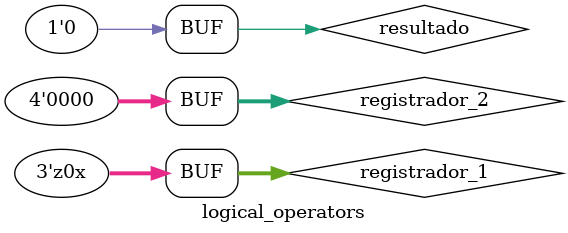
<source format=v>

module logical_operators();
    
// registradores
    reg[2:0] registrador_1 = 3'b111;
    reg[3:0] registrador_2 = 4'b0000;
    reg resultado;

// procedimentos
// procedimento 1 - verifica continuamente os valores de regitrador_1, registrador_2 e resultado
    initial begin
        $monitor("MONITOR - REGISTRADOR 1 = %b, REGISTRADOR 2 = %b, RESULTADO = %b", registrador_1, registrador_2, resultado);
    end

// procedimento 2 - gerador de estimulos
    initial begin
        resultado    = !registrador_1;                 // NOT
        
        #1;
        resultado = !registrador_2;                 // NOT apos uma unidade de tempo
        
        #1; 
        resultado = registrador_1 && registrador_2; // AND apos uma unidade de tempo
        
        #1;
        resultado = registrador_1 || registrador_2; // OR apos uma unidade de tempo
        
        #1; 
        registrador_1 = 3'bz0X;                     //  adiciona alguns bits desconhecidos
        resultado    = !registrador_1;

        #1;
        resultado = registrador_1 || registrador_2;

        #1;
        resultado = registrador_1 && registrador_2;
    end

endmodule
// end of file
</source>
